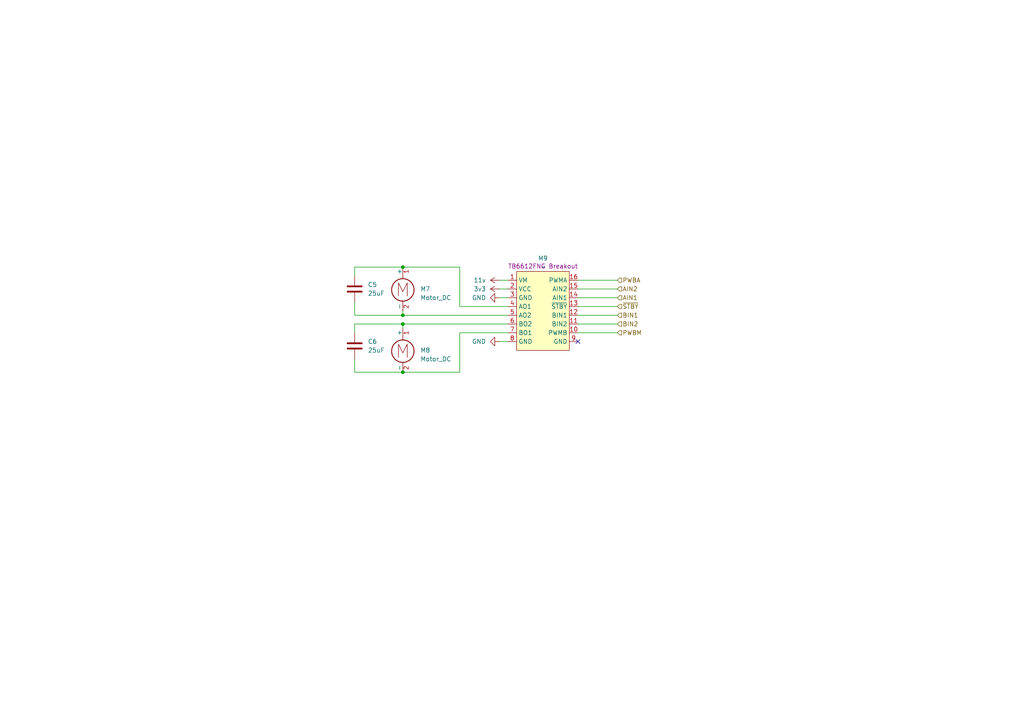
<source format=kicad_sch>
(kicad_sch (version 20231120) (generator "eeschema") (generator_version "8.0")
  (paper "A4")
  (lib_symbols
    (symbol "Device:C" (pin_numbers hide) (pin_names (offset 0.254))
      (property "Reference" "C" (at 0.635 2.54 0))
      (property "Value" "C" (at 0.635 -2.54 0))
      (symbol "C_0_1"
        (polyline (pts (xy -2.032 -0.762) (xy 2.032 -0.762)) (stroke (width 0.508)))
        (polyline (pts (xy -2.032 0.762) (xy 2.032 0.762)) (stroke (width 0.508)))
      )
      (symbol "C_1_1"
        (pin passive line (at 0 3.81 270) (length 2.794) (name "~") (number "1"))
        (pin passive line (at 0 -3.81 90) (length 2.794) (name "~") (number "2"))
      )
    )
    (symbol "Motor:Motor_DC" (pin_names (offset 0))
      (property "Reference" "M" (at 2.54 2.54 0))
      (property "Value" "Motor_DC" (at 2.54 -5.08 0))
      (symbol "Motor_DC_0_0"
        (polyline (pts (xy -1.27 -3.302) (xy -1.27 0.508) (xy 0 -2.032) (xy 1.27 0.508) (xy 1.27 -3.302)))
      )
      (symbol "Motor_DC_0_1"
        (circle (center 0 -1.524) (radius 3.2512) (stroke (width 0.254)))
        (polyline (pts (xy 0 -7.62) (xy 0 -7.112)))
        (polyline (pts (xy 0 -4.7752) (xy 0 -5.1816)))
        (polyline (pts (xy 0 1.7272) (xy 0 2.0828)))
        (polyline (pts (xy 0 2.032) (xy 0 2.54)))
      )
      (symbol "Motor_DC_1_1"
        (pin passive line (at 0 5.08 270) (length 2.54) (name "+") (number "1"))
        (pin passive line (at 0 -7.62 90) (length 2.54) (name "-") (number "2"))
      )
    )
    (symbol "TB6612FNG_Breakout_1" (exclude_from_sim yes) (in_bom no) (on_board no)
      (property "Reference" "M" (at -5.08 12.954 0))
      (symbol "TB6612FNG_Breakout_1_0_0"
        (pin power_in line (at -10.16 8.89 0) (length 2.54) (name "VM") (number "1"))
        (pin input line (at 10.16 -6.35 180) (length 2.54) (name "PWMB") (number "10"))
        (pin input line (at 10.16 -3.81 180) (length 2.54) (name "BIN2") (number "11"))
        (pin input line (at 10.16 -1.27 180) (length 2.54) (name "BIN1") (number "12"))
        (pin input line (at 10.16 1.27 180) (length 2.54) (name "~{STBY}") (number "13"))
        (pin input line (at 10.16 3.81 180) (length 2.54) (name "AIN1") (number "14"))
        (pin input line (at 10.16 6.35 180) (length 2.54) (name "AIN2") (number "15"))
        (pin input line (at 10.16 8.89 180) (length 2.54) (name "PWMA") (number "16"))
        (pin power_in line (at -10.16 6.35 0) (length 2.54) (name "VCC") (number "2"))
        (pin power_in line (at -10.16 3.81 0) (length 2.54) (name "GND") (number "3"))
        (pin output line (at -10.16 1.27 0) (length 2.54) (name "AO1") (number "4"))
        (pin output line (at -10.16 -1.27 0) (length 2.54) (name "AO2") (number "5"))
        (pin output line (at -10.16 -3.81 0) (length 2.54) (name "BO2") (number "6"))
        (pin output line (at -10.16 -6.35 0) (length 2.54) (name "BO1") (number "7"))
        (pin power_in line (at -10.16 -8.89 0) (length 2.54) (name "GND") (number "8"))
        (pin power_in line (at 10.16 -8.89 180) (length 2.54) (name "GND") (number "9"))
      )
      (symbol "TB6612FNG_Breakout_1_0_1"
        (rectangle (start -7.62 11.43) (end 7.62 -11.43) (fill (type background)))
      )
    )
    (symbol "power:GND" (power) (pin_numbers hide) (pin_names (offset 0) hide)
      (property "Value" "GND" (at 0 -3.81 0))
      (symbol "GND_0_1"
        (polyline (pts (xy 0 0) (xy 0 -1.27) (xy 1.27 -1.27) (xy 0 -2.54) (xy -1.27 -1.27) (xy 0 -1.27)))
      )
      (symbol "GND_1_1"
        (pin power_in line (at 0 0 270) (length 0) (name "~") (number "1"))
      )
    )
    (symbol "power:VCC" (power) (pin_numbers hide) (pin_names (offset 0) hide)
      (property "Value" "VCC" (at 0 3.556 0))
      (symbol "VCC_0_1"
        (polyline (pts (xy -0.762 1.27) (xy 0 2.54)))
        (polyline (pts (xy 0 0) (xy 0 2.54)))
        (polyline (pts (xy 0 2.54) (xy 0.762 1.27)))
      )
      (symbol "VCC_1_1"
        (pin power_in line (at 0 0 90) (length 0) (name "~") (number "1"))
      )
    )
  )
  (junction (at 116.84 93.98))
  (junction (at 116.84 91.44))
  (junction (at 116.84 77.47))
  (junction (at 116.84 107.95))
  (no_connect (at 167.64 99.06))
  (wire (pts (xy 144.78 81.28) (xy 147.32 81.28)))
  (wire (pts (xy 102.87 77.47) (xy 116.84 77.47)))
  (wire (pts (xy 102.87 93.98) (xy 116.84 93.98)))
  (wire (pts (xy 167.64 96.52) (xy 179.07 96.52)))
  (wire (pts (xy 102.87 96.52) (xy 102.87 93.98)))
  (wire (pts (xy 167.64 91.44) (xy 179.07 91.44)))
  (wire (pts (xy 102.87 91.44) (xy 116.84 91.44)))
  (wire (pts (xy 144.78 99.06) (xy 147.32 99.06)))
  (wire (pts (xy 167.64 83.82) (xy 179.07 83.82)))
  (wire (pts (xy 167.64 93.98) (xy 179.07 93.98)))
  (wire (pts (xy 144.78 83.82) (xy 147.32 83.82)))
  (wire (pts (xy 133.35 96.52) (xy 147.32 96.52)))
  (wire (pts (xy 133.35 96.52) (xy 133.35 107.95)))
  (wire (pts (xy 144.78 86.36) (xy 147.32 86.36)))
  (wire (pts (xy 102.87 80.01) (xy 102.87 77.47)))
  (wire (pts (xy 116.84 95.25) (xy 116.84 93.98)))
  (wire (pts (xy 116.84 93.98) (xy 147.32 93.98)))
  (wire (pts (xy 167.64 88.9) (xy 179.07 88.9)))
  (wire (pts (xy 102.87 107.95) (xy 116.84 107.95)))
  (wire (pts (xy 102.87 87.63) (xy 102.87 91.44)))
  (wire (pts (xy 102.87 104.14) (xy 102.87 107.95)))
  (wire (pts (xy 133.35 107.95) (xy 116.84 107.95)))
  (wire (pts (xy 133.35 77.47) (xy 116.84 77.47)))
  (wire (pts (xy 116.84 91.44) (xy 147.32 91.44)))
  (wire (pts (xy 116.84 91.44) (xy 116.84 90.17)))
  (wire (pts (xy 133.35 88.9) (xy 147.32 88.9)))
  (wire (pts (xy 133.35 77.47) (xy 133.35 88.9)))
  (wire (pts (xy 167.64 81.28) (xy 179.07 81.28)))
  (wire (pts (xy 167.64 86.36) (xy 179.07 86.36)))
  (hierarchical_label "PWBA" (shape input) (at 179.07 81.28 0))
  (hierarchical_label "AIN1" (shape input) (at 179.07 86.36 0))
  (hierarchical_label "AIN2" (shape input) (at 179.07 83.82 0))
  (hierarchical_label "PWBM" (shape input) (at 179.07 96.52 0))
  (hierarchical_label "~{STBY}" (shape input) (at 179.07 88.9 0))
  (hierarchical_label "BIN1" (shape input) (at 179.07 91.44 0))
  (hierarchical_label "BIN2" (shape input) (at 179.07 93.98 0))
  (symbol (lib_id "power:GND") (at 144.78 86.36 270) (unit 1)
    (property "Reference" "#PWR025" (effects (hide yes)))
    (property "Value" "GND" (at 140.97 86.3599 90) (effects (justify right)))
    (property "Description" "Power symbol creates a global label with name \"GND\" , ground" (effects (hide yes)))
    (instances (project "Buggy" (path "" (reference "#PWR025") (unit 1)) (path "" (reference "#PWR029") (unit 1))))
  )
  (symbol (lib_id "Motor:Motor_DC") (at 116.84 82.55 0) (unit 1)
    (property "Reference" "M7" (at 121.92 83.8199 0) (effects (justify left)))
    (property "Value" "Motor_DC" (at 121.92 86.3599 0) (effects (justify left)))
    (property "Description" "DC Motor" (effects (hide yes)))
    (instances (project "Buggy" (path "" (reference "M7") (unit 1)) (path "" (reference "M10") (unit 1))))
  )
  (symbol (lib_name "TB6612FNG_Breakout_1") (lib_id "Custom_Library:TB6612FNG_Breakout") (at 157.48 90.17 0) (unit 1) (exclude_from_sim yes)
    (property "Reference" "M9" (at 157.48 74.93 0))
    (property "Value" "~" (at 157.48 77.47 0))
    (property "Footprint" "TB6612FNG Breakout" (at 157.48 77.216 0))
    (instances (project "Buggy" (path "" (reference "M9") (unit 1)) (path "" (reference "M12") (unit 1))))
  )
  (symbol (lib_id "power:GND") (at 144.78 99.06 270) (unit 1)
    (property "Reference" "#PWR026" (effects (hide yes)))
    (property "Value" "GND" (at 140.97 99.0599 90) (effects (justify right)))
    (property "Description" "Power symbol creates a global label with name \"GND\" , ground" (effects (hide yes)))
    (instances (project "Buggy" (path "" (reference "#PWR026") (unit 1)) (path "" (reference "#PWR030") (unit 1))))
  )
  (symbol (lib_id "power:VCC") (at 144.78 83.82 90) (unit 1)
    (property "Reference" "#PWR024" (effects (hide yes)))
    (property "Value" "3v3" (at 140.97 83.8199 90) (effects (justify left)))
    (property "Description" "Power symbol creates a global label with name \"VCC\"" (effects (hide yes)))
    (instances (project "Buggy" (path "" (reference "#PWR024") (unit 1)) (path "" (reference "#PWR028") (unit 1))))
  )
  (symbol (lib_id "power:VCC") (at 144.78 81.28 90) (unit 1)
    (property "Reference" "#PWR023" (effects (hide yes)))
    (property "Value" "11v" (at 140.97 81.2799 90) (effects (justify left)))
    (property "Description" "Power symbol creates a global label with name \"VCC\"" (effects (hide yes)))
    (instances (project "Buggy" (path "" (reference "#PWR023") (unit 1)) (path "" (reference "#PWR027") (unit 1))))
  )
  (symbol (lib_id "Motor:Motor_DC") (at 116.84 100.33 0) (unit 1)
    (property "Reference" "M8" (at 121.92 101.5999 0) (effects (justify left)))
    (property "Value" "Motor_DC" (at 121.92 104.1399 0) (effects (justify left)))
    (property "Description" "DC Motor" (effects (hide yes)))
    (instances (project "Buggy" (path "" (reference "M8") (unit 1)) (path "" (reference "M11") (unit 1))))
  )
  (symbol (lib_id "Device:C") (at 102.87 83.82 0) (unit 1)
    (property "Reference" "C5" (at 106.68 82.5499 0) (effects (justify left)))
    (property "Value" "25uF" (at 106.68 85.0899 0) (effects (justify left)))
    (property "Description" "Unpolarized capacitor" (effects (hide yes)))
    (instances (project "Buggy" (path "" (reference "C5") (unit 1)) (path "" (reference "C7") (unit 1))))
  )
  (symbol (lib_id "Device:C") (at 102.87 100.33 0) (unit 1)
    (property "Reference" "C6" (at 106.68 99.0599 0) (effects (justify left)))
    (property "Value" "25uF" (at 106.68 101.5999 0) (effects (justify left)))
    (property "Description" "Unpolarized capacitor" (effects (hide yes)))
    (instances (project "Buggy" (path "" (reference "C6") (unit 1)) (path "" (reference "C8") (unit 1))))
  )
)
</source>
